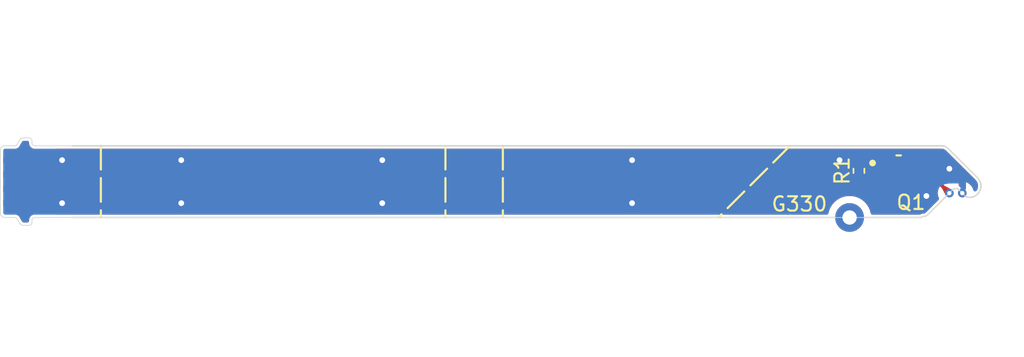
<source format=kicad_pcb>
(kicad_pcb (version 20221018) (generator pcbnew)
  (layers (0 "F.Cu" signal) (31 "B.Cu" signal) (34 "B.Paste" user) (35 "F.Paste" user) (36 "B.SilkS" user "B.Silkscreen") (37 "F.SilkS" user "F.Silkscreen") (38 "B.Mask" user) (39 "F.Mask" user) (44 "Edge.Cuts" user))
  (net 0 "")
  (net 1 "GND")
  (net 2 "/G_TWL")
  (net 3 "+1V2")
  (net 4 "Net-(Q1-G)")
  (footprint "footprints:PQFN6_2X2_INF" (layer "F.Cu") (at 168.5668 93.350014)
    (fp_text reference "Q1" (at 0.8582 2.099986 unlocked) (layer "F.SilkS"))
    (fp_text value "IRFHS8342PbF")
    (fp_line (start 0.1524 -1.1811) (end -0.1524 -1.1811) (stroke (width 0.1524)) (layer "F.SilkS"))
    (pad "1" smd rect (at -1.0668 -0.649986) (size 0.5842 0.3048) (layers "F.Cu" "F.Paste" "F.Mask") (net 3 "+1V2"))
    (pad "2" smd rect (at -1.0668 0) (size 0.5842 0.3048) (layers "F.Cu" "F.Paste" "F.Mask") (net 3 "+1V2"))
    (pad "3" smd rect (at -1.0668 0.649986) (size 0.5842 0.3048) (layers "F.Cu" "F.Paste" "F.Mask") (net 4 "Net-(Q1-G)"))
    (pad "4" smd rect (at 1.0668 0.649986) (size 0.5842 0.3048) (layers "F.Cu" "F.Paste" "F.Mask") (net 1 "GND"))
    (pad "5" smd rect (at 1.0668 0) (size 0.5842 0.3048) (layers "F.Cu" "F.Paste" "F.Mask") (net 3 "+1V2"))
    (pad "6" smd rect (at 1.0668 -0.649986) (size 0.5842 0.3048) (layers "F.Cu" "F.Paste" "F.Mask") (net 3 "+1V2"))
    (pad "7" smd rect (at 0.021082 -0.300736) (size 1.27 1.0668) (layers "F.Cu" "F.Paste" "F.Mask") (net 3 "+1V2"))
    (pad "8" smd rect (at 0.004 0.776986) (size 0.7874 0.254) (layers "F.Cu" "F.Paste" "F.Mask") (net 1 "GND"))
  )
  (footprint "Resistor_SMD:R_0402_1005Metric" (layer "F.Cu") (at 165.8 93.245 90)
    (fp_text reference "R1" (at 0 -1.17 90) (layer "F.SilkS"))
    (fp_text value "200")
    (fp_line (start -0.153641 -0.38) (end 0.153641 -0.38) (stroke (width 0.12)) (layer "F.SilkS"))
    (fp_line (start -0.153641 0.38) (end 0.153641 0.38) (stroke (width 0.12)) (layer "F.SilkS"))
    (pad "1" smd roundrect (at -0.51 0 90) (size 0.54 0.64) (layers "F.Cu" "F.Paste" "F.Mask") (net 2 "/G_TWL"))
    (pad "2" smd roundrect (at 0.51 0 90) (size 0.54 0.64) (layers "F.Cu" "F.Paste" "F.Mask") (net 4 "Net-(Q1-G)"))
  )
  (footprint "footprints:Molex_2005280040_FPC" (layer "F.Cu") (at 111 94 90)
    (fp_text reference "J1" hide)
    (fp_text value "Molex 200528_0400")
    (fp_line (start -3.05 -3.444854) (end -3.05 -3) (stroke (width 0.05)) (layer "Edge.Cuts"))
    (fp_line (start -2.85 -2.8) (end -2.7 -2.8) (stroke (width 0.05)) (layer "Edge.Cuts"))
    (fp_line (start -2.558579 -3.858579) (end -2.939443 -3.623739) (stroke (width 0.05)) (layer "Edge.Cuts"))
    (fp_line (start -2.5 -4.7) (end -2.5 -4) (stroke (width 0.05)) (layer "Edge.Cuts"))
    (fp_line (start -2.5 -2.6) (end -2.5 0) (stroke (width 0.05)) (layer "Edge.Cuts"))
    (fp_line (start -2.2 -5) (end 2.2 -5) (stroke (width 0.05)) (layer "Edge.Cuts"))
    (fp_line (start 2.5 -4.7) (end 2.5 -4) (stroke (width 0.05)) (layer "Edge.Cuts"))
    (fp_line (start 2.5 -2.6) (end 2.5 0) (stroke (width 0.05)) (layer "Edge.Cuts"))
    (fp_line (start 2.558579 -3.858579) (end 2.939443 -3.623739) (stroke (width 0.05)) (layer "Edge.Cuts"))
    (fp_line (start 2.85 -2.8) (end 2.7 -2.8) (stroke (width 0.05)) (layer "Edge.Cuts"))
    (fp_line (start 3.05 -3.444854) (end 3.05 -3) (stroke (width 0.05)) (layer "Edge.Cuts"))
    (fp_arc (start -3.05 -3.444854) (mid -3.02013 -3.55) (end -2.939443 -3.623739) (stroke (width 0.05)) (layer "Edge.Cuts"))
    (fp_arc (start -2.85 -2.8) (mid -2.991421 -2.858579) (end -3.05 -3) (stroke (width 0.05)) (layer "Edge.Cuts"))
    (fp_arc (start -2.7 -2.8) (mid -2.558579 -2.741421) (end -2.5 -2.6) (stroke (width 0.05)) (layer "Edge.Cuts"))
    (fp_arc (start -2.5 -4.7) (mid -2.412132 -4.912132) (end -2.2 -5) (stroke (width 0.05)) (layer "Edge.Cuts"))
    (fp_arc (start -2.5 -4) (mid -2.515224 -3.923463) (end -2.558579 -3.858579) (stroke (width 0.05)) (layer "Edge.Cuts"))
    (fp_arc (start 2.2 -5) (mid 2.412132 -4.912132) (end 2.5 -4.7) (stroke (width 0.05)) (layer "Edge.Cuts"))
    (fp_arc (start 2.5 -2.6) (mid 2.558579 -2.741421) (end 2.7 -2.8) (stroke (width 0.05)) (layer "Edge.Cuts"))
    (fp_arc (start 2.558579 -3.858579) (mid 2.515225 -3.923464) (end 2.5 -4) (stroke (width 0.05)) (layer "Edge.Cuts"))
    (fp_arc (start 2.939443 -3.623739) (mid 3.020112 -3.54999) (end 3.05 -3.444854) (stroke (width 0.05)) (layer "Edge.Cuts"))
    (fp_arc (start 3.05 -3) (mid 2.991421 -2.858579) (end 2.85 -2.8) (stroke (width 0.05)) (layer "Edge.Cuts"))
    (pad "1" smd roundrect (at 1.5 -3.15 90) (size 0.7 3.3) (layers "F.Cu" "F.Mask") (net 1 "GND"))
    (pad "2" smd roundrect (at 0.5 -3.15 90) (size 0.7 3.3) (layers "F.Cu" "F.Mask") (net 2 "/G_TWL"))
    (pad "3" smd roundrect (at -0.5 -3.15 90) (size 0.7 3.3) (layers "F.Cu" "F.Mask") (net 2 "/G_TWL"))
    (pad "4" smd roundrect (at -1.5 -3.15 90) (size 0.7 3.3) (layers "F.Cu" "F.Mask") (net 1 "GND"))
  )
  (footprint "footprints:FPC_Castellated_Hole" (layer "F.Cu") (at 173 94.8 -45)
    (fp_text reference "J3" hide)
    (fp_text value "TWL_DCap_GND")
    (fp_line (start -0.3 0) (end 0.3 0) (stroke (width 0.05)) (layer "Edge.Cuts"))
    (pad "1" thru_hole circle (at 0 0 315) (size 0.6 0.6) (drill 0.3) (property pad_prop_castellated) (layers "*.Cu" "*.Mask") (net 1 "GND"))
  )
  (footprint "footprints:FPC_Castellated_Hole" (layer "F.Cu") (at 172.1 94.8 45)
    (fp_text reference "J2" hide)
    (fp_text value "TWL_DCap_V12")
    (fp_line (start -0.3 0) (end 0.3 0) (stroke (width 0.05)) (layer "Edge.Cuts"))
    (pad "1" thru_hole circle (at 0 0 45) (size 0.6 0.6) (drill 0.3) (property pad_prop_castellated) (layers "*.Cu" "*.Mask") (net 3 "+1V2"))
  )
  (footprint "footprints:TestPointAnchor_D1.00" (layer "F.Cu") (at 165.15 96.5)
    (fp_text reference "H1" hide)
    (fp_text value "TWL_GPIO330")
    (fp_line (start -1 0) (end 1 0) (stroke (width 0.05)) (layer "Edge.Cuts"))
    (pad "1" thru_hole circle (at 0 0) (size 2 2) (drill 1) (layers "*.Cu" "*.Mask"))
  )
  (gr_line (start 113 91.5) (end 113 96.5) (stroke (width 0.15) (type dash)) (layer "F.SilkS"))
  (gr_circle (center 166.75 92.7) (end 166.908114 92.7) (stroke (width 0.15)) (fill solid) (layer "F.SilkS"))
  (gr_line (start 161 91.5) (end 156 96.5) (stroke (width 0.15) (type dash)) (layer "F.SilkS"))
  (gr_line (start 141 91.5) (end 141 96.5) (stroke (width 0.15) (type dash)) (layer "F.SilkS"))
  (gr_line (start 137 91.5) (end 137 96.5) (stroke (width 0.15) (type dash)) (layer "F.SilkS"))
  (gr_line (start 156 96.5) (end 164.15 96.5) (stroke (width 0.1)) (layer "Edge.Cuts"))
  (gr_line (start 166.15 96.5) (end 170 96.5) (stroke (width 0.1)) (layer "Edge.Cuts"))
  (gr_line (start 171.887868 95.012132) (end 170.6 96.3) (stroke (width 0.1)) (layer "Edge.Cuts"))
  (gr_line (start 137 96.5) (end 141 96.5) (stroke (width 0.1)) (layer "Edge.Cuts"))
  (gr_line (start 111 91.5) (end 113 91.5) (stroke (width 0.1)) (layer "Edge.Cuts"))
  (gr_line (start 170 96.5) (end 170.1 96.507106) (stroke (width 0.1)) (layer "Edge.Cuts"))
  (gr_line (start 141 96.5) (end 156 96.5) (stroke (width 0.1)) (layer "Edge.Cuts"))
  (gr_arc (start 170.6 96.3) (mid 170.462359 96.391969) (end 170.3 96.424264) (stroke (width 0.1)) (layer "Edge.Cuts"))
  (gr_line (start 111 96.5) (end 113 96.5) (stroke (width 0.1)) (layer "Edge.Cuts"))
  (gr_arc (start 170.175736 96.475736) (mid 170.232749 96.437641) (end 170.3 96.424264) (stroke (width 0.1)) (layer "Edge.Cuts"))
  (gr_line (start 141 91.5) (end 161 91.5) (stroke (width 0.1)) (layer "Edge.Cuts"))
  (gr_line (start 161 91.5) (end 171.57039 91.5) (stroke (width 0.1)) (layer "Edge.Cuts"))
  (gr_arc (start 171.57039 91.5) (mid 171.800001 91.545669) (end 171.994654 91.675736) (stroke (width 0.1)) (layer "Edge.Cuts"))
  (gr_arc (start 173.5 95.1) (mid 173.349923 95.076945) (end 173.213685 95.009907) (stroke (width 0.1)) (layer "Edge.Cuts"))
  (gr_line (start 113 96.5) (end 137 96.5) (stroke (width 0.1)) (layer "Edge.Cuts"))
  (gr_arc (start 172.312132 94.587868) (mid 172.55 94.481282) (end 172.787868 94.587868) (stroke (width 0.1)) (layer "Edge.Cuts"))
  (gr_arc (start 174.065685 93.734315) (mid 174.239103 94.606147) (end 173.5 95.1) (stroke (width 0.1)) (layer "Edge.Cuts"))
  (gr_line (start 174.065685 93.734315) (end 171.994654 91.675736) (stroke (width 0.1)) (layer "Edge.Cuts"))
  (gr_line (start 137 91.5) (end 141 91.5) (stroke (width 0.1)) (layer "Edge.Cuts"))
  (gr_arc (start 170.175735 96.475735) (mid 170.140988 96.498953) (end 170.1 96.507106) (stroke (width 0.1)) (layer "Edge.Cuts"))
  (gr_line (start 113 91.5) (end 137 91.5) (stroke (width 0.1)) (layer "Edge.Cuts"))
  (gr_text "G330" (at 159.625 96.15) (layer "F.SilkS") (effects (font (size 1 1)) (justify left bottom)))
  (segment (start 169.570099 94.063499) (end 169.586365 94.047234) (width 0.25) (layer "F.Cu") (net 1))
  (segment (start 173 94) (end 172.1 93.1) (width 0.25) (layer "F.Cu") (net 1))
  (segment (start 169.416797 94.127) (end 168.5708 94.127) (width 0.25) (layer "F.Cu") (net 1))
  (segment (start 173 94.8) (end 173 94) (width 0.25) (layer "F.Cu") (net 1))
  (segment (start 170.5 95) (end 169.680834 94.180834) (width 0.25) (layer "F.Cu") (net 1))
  (via (at 172.1 93.1) (size 0.8) (drill 0.4) (layers "F.Cu" "B.Cu") (net 1))
  (via (at 132.6 92.5) (size 0.8) (drill 0.4) (layers "F.Cu" "B.Cu") (net 1))
  (via (at 110.3 92.5) (size 0.8) (drill 0.4) (layers "F.Cu" "B.Cu") (net 1))
  (via (at 164.45 92.5) (size 0.8) (drill 0.4) (layers "F.Cu" "B.Cu") (net 1))
  (via (at 150 92.5) (size 0.8) (drill 0.4) (layers "F.Cu" "B.Cu") (net 1))
  (via (at 110.3 95.5) (size 0.8) (drill 0.4) (layers "F.Cu" "B.Cu") (net 1))
  (via (at 132.6 95.5) (size 0.8) (drill 0.4) (layers "F.Cu" "B.Cu") (net 1))
  (via (at 150 95.5) (size 0.8) (drill 0.4) (layers "F.Cu" "B.Cu") (net 1))
  (via (at 118.6 92.5) (size 0.8) (drill 0.4) (layers "F.Cu" "B.Cu") (net 1))
  (via (at 118.6 95.5) (size 0.8) (drill 0.4) (layers "F.Cu" "B.Cu") (net 1))
  (via (at 170.5 95) (size 0.8) (drill 0.4) (layers "F.Cu" "B.Cu") (net 1))
  (arc (start 169.6336 94.0668) (mid 169.645875 94.128514) (end 169.680834 94.180834) (width 0.25) (layer "F.Cu") (net 1))
  (arc (start 169.6336 94.0668) (mid 169.616519 94.041236) (end 169.586365 94.047234) (width 0.25) (layer "F.Cu") (net 1))
  (arc (start 169.570099 94.063499) (mid 169.499763 94.110496) (end 169.416797 94.127) (width 0.25) (layer "F.Cu") (net 1))
  (segment (start 173 94.2) (end 172.8 94) (width 0.25) (layer "B.Cu") (net 1))
  (segment (start 172.8 94) (end 172.207106 94) (width 0.25) (layer "B.Cu") (net 1))
  (segment (start 173 94.8) (end 173 94.2) (width 0.25) (layer "B.Cu") (net 1))
  (segment (start 171 94.5) (end 170.5 95) (width 0.25) (layer "B.Cu") (net 1))
  (arc (start 172.207106 94) (mid 171.553825 94.129945) (end 171 94.5) (width 0.25) (layer "B.Cu") (net 1))
  (segment (start 107.85 93.75) (end 107.85 93.5) (width 0.5) (layer "F.Cu") (net 2))
  (segment (start 165.318241 93.755) (end 165.8 93.755) (width 0.5) (layer "F.Cu") (net 2))
  (segment (start 107.85 94.25) (end 107.85 93.75) (width 0.5) (layer "F.Cu") (net 2))
  (segment (start 108.1 94) (end 164.726758 94) (width 0.5) (layer "F.Cu") (net 2))
  (segment (start 107.85 94.25) (end 107.85 94.5) (width 0.5) (layer "F.Cu") (net 2))
  (arc (start 108.1 94) (mid 107.923223 94.073223) (end 107.85 94.25) (width 0.5) (layer "F.Cu") (net 2))
  (arc (start 165.318241 93.755) (mid 165.158187 93.786836) (end 165.0225 93.8775) (width 0.5) (layer "F.Cu") (net 2))
  (arc (start 107.85 93.75) (mid 107.923223 93.926776) (end 108.1 94) (width 0.5) (layer "F.Cu") (net 2))
  (arc (start 165.0225 93.8775) (mid 164.886812 93.968163) (end 164.726758 94) (width 0.5) (layer "F.Cu") (net 2))
  (segment (start 171.00937 93.70937) (end 172.1 94.8) (width 0.25) (layer "F.Cu") (net 3))
  (segment (start 167.5 93.350014) (end 168.287146 93.350014) (width 0.25) (layer "F.Cu") (net 3))
  (segment (start 169.6336 92.700028) (end 168.937132 92.700028) (width 0.25) (layer "F.Cu") (net 3))
  (segment (start 169.6336 93.350014) (end 170.141807 93.350014) (width 0.25) (layer "F.Cu") (net 3))
  (segment (start 169.6336 93.350014) (end 168.888618 93.350014) (width 0.25) (layer "F.Cu") (net 3))
  (segment (start 167.5 92.700028) (end 168.238632 92.700028) (width 0.25) (layer "F.Cu") (net 3))
  (arc (start 171.00937 93.70937) (mid 170.611328 93.443407) (end 170.141807 93.350014) (width 0.25) (layer "F.Cu") (net 3))
  (segment (start 166.636118 93.636118) (end 166.823223 93.823223) (width 0.25) (layer "F.Cu") (net 4))
  (segment (start 165.96 92.735) (end 165.8 92.735) (width 0.25) (layer "F.Cu") (net 4))
  (segment (start 166.363881 92.978881) (end 166.233137 92.848137) (width 0.25) (layer "F.Cu") (net 4))
  (segment (start 167.25 94) (end 167.5 94) (width 0.25) (layer "F.Cu") (net 4))
  (arc (start 166.363881 92.978881) (mid 166.464623 93.129652) (end 166.5 93.3075) (width 0.25) (layer "F.Cu") (net 4))
  (arc (start 166.823223 93.823223) (mid 167.01903 93.954057) (end 167.25 94) (width 0.25) (layer "F.Cu") (net 4))
  (arc (start 166.5 93.3075) (mid 166.535375 93.485346) (end 166.636118 93.636118) (width 0.25) (layer "F.Cu") (net 4))
  (arc (start 166.233137 92.848137) (mid 166.10782 92.764403) (end 165.96 92.735) (width 0.25) (layer "F.Cu") (net 4))
  (zone (net 1) (net_name "GND") (layers "F&B.Cu") (connect_pads (clearance 0.5)) (min_thickness 0.25) (fill yes (thermal_gap 0.5) (thermal_bridge_width 0.5))
    (polygon (pts (xy 106 90.9) (xy 106 97.1) (xy 170 97.1) (xy 175 94.9) (xy 171.9 91.4) (xy 171 90.9)))
  )
)
</source>
